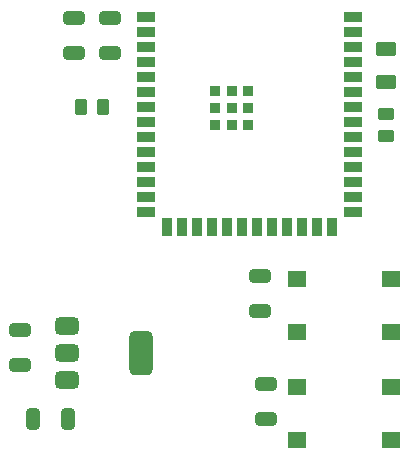
<source format=gtp>
%TF.GenerationSoftware,KiCad,Pcbnew,8.0.9-8.0.9-0~ubuntu20.04.1*%
%TF.CreationDate,2025-05-17T12:19:42+02:00*%
%TF.ProjectId,Buch_ESP32_1_Kap9_ESP_Standard,42756368-5f45-4535-9033-325f315f4b61,rev?*%
%TF.SameCoordinates,Original*%
%TF.FileFunction,Paste,Top*%
%TF.FilePolarity,Positive*%
%FSLAX46Y46*%
G04 Gerber Fmt 4.6, Leading zero omitted, Abs format (unit mm)*
G04 Created by KiCad (PCBNEW 8.0.9-8.0.9-0~ubuntu20.04.1) date 2025-05-17 12:19:42*
%MOMM*%
%LPD*%
G01*
G04 APERTURE LIST*
G04 Aperture macros list*
%AMRoundRect*
0 Rectangle with rounded corners*
0 $1 Rounding radius*
0 $2 $3 $4 $5 $6 $7 $8 $9 X,Y pos of 4 corners*
0 Add a 4 corners polygon primitive as box body*
4,1,4,$2,$3,$4,$5,$6,$7,$8,$9,$2,$3,0*
0 Add four circle primitives for the rounded corners*
1,1,$1+$1,$2,$3*
1,1,$1+$1,$4,$5*
1,1,$1+$1,$6,$7*
1,1,$1+$1,$8,$9*
0 Add four rect primitives between the rounded corners*
20,1,$1+$1,$2,$3,$4,$5,0*
20,1,$1+$1,$4,$5,$6,$7,0*
20,1,$1+$1,$6,$7,$8,$9,0*
20,1,$1+$1,$8,$9,$2,$3,0*%
G04 Aperture macros list end*
%ADD10RoundRect,0.375000X-0.625000X-0.375000X0.625000X-0.375000X0.625000X0.375000X-0.625000X0.375000X0*%
%ADD11RoundRect,0.500000X-0.500000X-1.400000X0.500000X-1.400000X0.500000X1.400000X-0.500000X1.400000X0*%
%ADD12RoundRect,0.250000X0.650000X-0.325000X0.650000X0.325000X-0.650000X0.325000X-0.650000X-0.325000X0*%
%ADD13RoundRect,0.250000X0.325000X0.650000X-0.325000X0.650000X-0.325000X-0.650000X0.325000X-0.650000X0*%
%ADD14RoundRect,0.250000X-0.262500X-0.450000X0.262500X-0.450000X0.262500X0.450000X-0.262500X0.450000X0*%
%ADD15R,1.600000X1.400000*%
%ADD16RoundRect,0.250000X-0.450000X0.262500X-0.450000X-0.262500X0.450000X-0.262500X0.450000X0.262500X0*%
%ADD17R,0.900000X0.900000*%
%ADD18R,1.500000X0.900000*%
%ADD19R,0.900000X1.500000*%
%ADD20RoundRect,0.250000X0.625000X-0.375000X0.625000X0.375000X-0.625000X0.375000X-0.625000X-0.375000X0*%
G04 APERTURE END LIST*
D10*
%TO.C,IC1*%
X140614000Y-118604000D03*
X140614000Y-120904000D03*
D11*
X146914000Y-120904000D03*
D10*
X140614000Y-123204000D03*
%TD*%
D12*
%TO.C,C4*%
X157480000Y-126443000D03*
X157480000Y-123493000D03*
%TD*%
D13*
%TO.C,C1*%
X140667000Y-126492000D03*
X137717000Y-126492000D03*
%TD*%
D12*
%TO.C,C5*%
X141224000Y-95455000D03*
X141224000Y-92505000D03*
%TD*%
%TO.C,C2*%
X136666000Y-121871000D03*
X136666000Y-118921000D03*
%TD*%
D14*
%TO.C,R2*%
X141835500Y-100076000D03*
X143660500Y-100076000D03*
%TD*%
D15*
%TO.C,SW1*%
X160084000Y-123734000D03*
X168084000Y-123734000D03*
X160084000Y-128234000D03*
X168084000Y-128234000D03*
%TD*%
D16*
%TO.C,R1*%
X167640000Y-100687500D03*
X167640000Y-102512500D03*
%TD*%
D17*
%TO.C,IC2*%
X153156000Y-98744000D03*
X153156000Y-100144000D03*
X153156000Y-101544000D03*
X154556000Y-98744000D03*
X154556000Y-100144000D03*
X154556000Y-101544000D03*
X155956000Y-98744000D03*
X155956000Y-100144000D03*
X155956000Y-101544000D03*
D18*
X147306000Y-92424000D03*
X147306000Y-93694000D03*
X147306000Y-94964000D03*
X147306000Y-96234000D03*
X147306000Y-97504000D03*
X147306000Y-98774000D03*
X147306000Y-100044000D03*
X147306000Y-101314000D03*
X147306000Y-102584000D03*
X147306000Y-103854000D03*
X147306000Y-105124000D03*
X147306000Y-106394000D03*
X147306000Y-107664000D03*
X147306000Y-108934000D03*
D19*
X149071000Y-110184000D03*
X150341000Y-110184000D03*
X151611000Y-110184000D03*
X152881000Y-110184000D03*
X154151000Y-110184000D03*
X155421000Y-110184000D03*
X156691000Y-110184000D03*
X157961000Y-110184000D03*
X159231000Y-110184000D03*
X160501000Y-110184000D03*
X161771000Y-110184000D03*
X163041000Y-110184000D03*
D18*
X164806000Y-108934000D03*
X164806000Y-107664000D03*
X164806000Y-106394000D03*
X164806000Y-105124000D03*
X164806000Y-103854000D03*
X164806000Y-102584000D03*
X164806000Y-101314000D03*
X164806000Y-100044000D03*
X164806000Y-98774000D03*
X164806000Y-97504000D03*
X164806000Y-96234000D03*
X164806000Y-94964000D03*
X164806000Y-93694000D03*
X164806000Y-92424000D03*
%TD*%
D12*
%TO.C,C6*%
X156972000Y-117299000D03*
X156972000Y-114349000D03*
%TD*%
D20*
%TO.C,D1*%
X167640000Y-97920000D03*
X167640000Y-95120000D03*
%TD*%
D15*
%TO.C,SW2*%
X160084000Y-114590000D03*
X168084000Y-114590000D03*
X160084000Y-119090000D03*
X168084000Y-119090000D03*
%TD*%
D12*
%TO.C,C3*%
X144272000Y-95455000D03*
X144272000Y-92505000D03*
%TD*%
M02*

</source>
